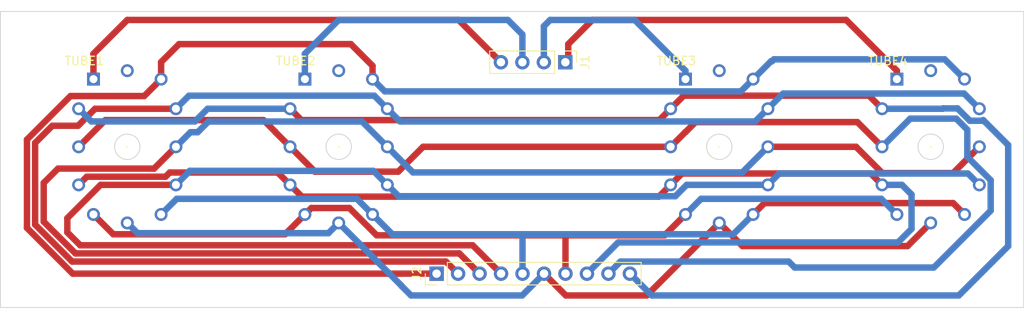
<source format=kicad_pcb>
(kicad_pcb (version 20211014) (generator pcbnew)
  (layers (0 "F.Cu" signal) (31 "B.Cu" signal) (34 "B.Paste" user) (35 "F.Paste" user) (36 "B.SilkS" user "B.Silkscreen") (37 "F.SilkS" user "F.Silkscreen") (38 "B.Mask" user) (39 "F.Mask" user) (44 "Edge.Cuts" user))
  (net 0 "")
  (net 1 "ANODE_4")
  (net 2 "ANODE_3")
  (net 3 "ANODE_2")
  (net 4 "ANODE_1")
  (net 5 "1")
  (net 6 "2")
  (net 7 "3")
  (net 8 "4")
  (net 9 "5")
  (net 10 "6")
  (net 11 "7")
  (net 12 "8")
  (net 13 "9")
  (net 14 "0")
  (footprint "nixie:IN-12B" (layer "F.Cu") (at 90 35 180)
    (fp_text reference "TUBE2" (at 5.08 10.16 180) (layer "F.SilkS"))
    (fp_text value "IN-12B")
    (fp_line (start 0 0) (end 0 0) (layer "F.SilkS") (width 0.1))
    (fp_line (start 0 0) (end 0 0) (layer "F.SilkS") (width 0.1))
    (fp_line (start 0 0) (end 0 0) (layer "F.SilkS") (width 0.1))
    (fp_line (start 0 0) (end 0 0) (layer "F.SilkS") (width 0.1))
    (fp_arc (start 0 0) (mid 0 0) (end 0 0) (layer "F.SilkS") (width 0.1))
    (fp_arc (start 0 0) (mid 0 0) (end 0 0) (layer "F.SilkS") (width 0.1))
    (fp_arc (start 0 0) (mid 0 0) (end 0 0) (layer "F.SilkS") (width 0.1))
    (fp_arc (start 0 0) (mid 0 0) (end 0 0) (layer "F.SilkS") (width 0.1))
    (fp_circle (center 0 0) (end 0 0) (layer "F.SilkS") (width 0.1) (fill none))
    (fp_circle (center 0 0) (end 0 0) (layer "F.SilkS") (width 0.1) (fill none))
    (fp_circle (center 0 0) (end 0 0) (layer "F.SilkS") (width 0.1) (fill none))
    (fp_circle (center 0 0) (end 0 0) (layer "F.SilkS") (width 0.1) (fill none))
    (pad "1" thru_hole rect (at 4 8 180) (size 1.524 1.524) (drill 0.95) (layers *.Cu *.Mask) (net 3 "ANODE_2"))
    (pad "2" thru_hole circle (at 5.75 4.5 180) (size 1.524 1.524) (drill 0.95) (layers *.Cu *.Mask) (net 14 "0"))
    (pad "3" thru_hole circle (at 5.75 0 180) (size 1.524 1.524) (drill 0.95) (layers *.Cu *.Mask) (net 13 "9"))
    (pad "4" thru_hole circle (at 5.75 -4.5 180) (size 1.524 1.524) (drill 0.95) (layers *.Cu *.Mask) (net 12 "8"))
    (pad "5" thru_hole circle (at 4 -8 180) (size 1.524 1.524) (drill 0.95) (layers *.Cu *.Mask) (net 11 "7"))
    (pad "6" thru_hole circle (at 0 -9 180) (size 1.524 1.524) (drill 0.95) (layers *.Cu *.Mask) (net 10 "6"))
    (pad "7" thru_hole circle (at -4 -8 180) (size 1.524 1.524) (drill 0.95) (layers *.Cu *.Mask) (net 9 "5"))
    (pad "8" thru_hole circle (at -5.75 -4.5 180) (size 1.524 1.524) (drill 0.95) (layers *.Cu *.Mask) (net 8 "4"))
    (pad "9" thru_hole circle (at -5.75 0 180) (size 1.524 1.524) (drill 0.95) (layers *.Cu *.Mask) (net 7 "3"))
    (pad "10" thru_hole circle (at -5.75 4.5 180) (size 1.524 1.524) (drill 0.95) (layers *.Cu *.Mask) (net 6 "2"))
    (pad "11" thru_hole circle (at -4 8 180) (size 1.524 1.524) (drill 0.95) (layers *.Cu *.Mask) (net 5 "1"))
    (pad "12" thru_hole circle (at 0 9 180) (size 1.524 1.524) (drill 0.95) (layers *.Cu *.Mask))
  )
  (footprint "nixie:IN-12B" (layer "F.Cu") (at 160 35 180)
    (fp_text reference "TUBE4" (at 5.08 10.16 180) (layer "F.SilkS"))
    (fp_text value "IN-12B")
    (fp_line (start 0 0) (end 0 0) (layer "F.SilkS") (width 0.1))
    (fp_line (start 0 0) (end 0 0) (layer "F.SilkS") (width 0.1))
    (fp_line (start 0 0) (end 0 0) (layer "F.SilkS") (width 0.1))
    (fp_line (start 0 0) (end 0 0) (layer "F.SilkS") (width 0.1))
    (fp_arc (start 0 0) (mid 0 0) (end 0 0) (layer "F.SilkS") (width 0.1))
    (fp_arc (start 0 0) (mid 0 0) (end 0 0) (layer "F.SilkS") (width 0.1))
    (fp_arc (start 0 0) (mid 0 0) (end 0 0) (layer "F.SilkS") (width 0.1))
    (fp_arc (start 0 0) (mid 0 0) (end 0 0) (layer "F.SilkS") (width 0.1))
    (fp_circle (center 0 0) (end 0 0) (layer "F.SilkS") (width 0.1) (fill none))
    (fp_circle (center 0 0) (end 0 0) (layer "F.SilkS") (width 0.1) (fill none))
    (fp_circle (center 0 0) (end 0 0) (layer "F.SilkS") (width 0.1) (fill none))
    (fp_circle (center 0 0) (end 0 0) (layer "F.SilkS") (width 0.1) (fill none))
    (pad "1" thru_hole rect (at 4 8 180) (size 1.524 1.524) (drill 0.95) (layers *.Cu *.Mask) (net 1 "ANODE_4"))
    (pad "2" thru_hole circle (at 5.75 4.5 180) (size 1.524 1.524) (drill 0.95) (layers *.Cu *.Mask) (net 14 "0"))
    (pad "3" thru_hole circle (at 5.75 0 180) (size 1.524 1.524) (drill 0.95) (layers *.Cu *.Mask) (net 13 "9"))
    (pad "4" thru_hole circle (at 5.75 -4.5 180) (size 1.524 1.524) (drill 0.95) (layers *.Cu *.Mask) (net 12 "8"))
    (pad "5" thru_hole circle (at 4 -8 180) (size 1.524 1.524) (drill 0.95) (layers *.Cu *.Mask) (net 11 "7"))
    (pad "6" thru_hole circle (at 0 -9 180) (size 1.524 1.524) (drill 0.95) (layers *.Cu *.Mask) (net 10 "6"))
    (pad "7" thru_hole circle (at -4 -8 180) (size 1.524 1.524) (drill 0.95) (layers *.Cu *.Mask) (net 9 "5"))
    (pad "8" thru_hole circle (at -5.75 -4.5 180) (size 1.524 1.524) (drill 0.95) (layers *.Cu *.Mask) (net 8 "4"))
    (pad "9" thru_hole circle (at -5.75 0 180) (size 1.524 1.524) (drill 0.95) (layers *.Cu *.Mask) (net 7 "3"))
    (pad "10" thru_hole circle (at -5.75 4.5 180) (size 1.524 1.524) (drill 0.95) (layers *.Cu *.Mask) (net 6 "2"))
    (pad "11" thru_hole circle (at -4 8 180) (size 1.524 1.524) (drill 0.95) (layers *.Cu *.Mask) (net 5 "1"))
    (pad "12" thru_hole circle (at 0 9 180) (size 1.524 1.524) (drill 0.95) (layers *.Cu *.Mask))
  )
  (footprint "nixie:IN-12B" (layer "F.Cu") (at 65 35 180)
    (fp_text reference "TUBE1" (at 5.08 10.16 180) (layer "F.SilkS"))
    (fp_text value "IN-12B")
    (fp_line (start 0 0) (end 0 0) (layer "F.SilkS") (width 0.1))
    (fp_line (start 0 0) (end 0 0) (layer "F.SilkS") (width 0.1))
    (fp_line (start 0 0) (end 0 0) (layer "F.SilkS") (width 0.1))
    (fp_line (start 0 0) (end 0 0) (layer "F.SilkS") (width 0.1))
    (fp_arc (start 0 0) (mid 0 0) (end 0 0) (layer "F.SilkS") (width 0.1))
    (fp_arc (start 0 0) (mid 0 0) (end 0 0) (layer "F.SilkS") (width 0.1))
    (fp_arc (start 0 0) (mid 0 0) (end 0 0) (layer "F.SilkS") (width 0.1))
    (fp_arc (start 0 0) (mid 0 0) (end 0 0) (layer "F.SilkS") (width 0.1))
    (fp_circle (center 0 0) (end 0 0) (layer "F.SilkS") (width 0.1) (fill none))
    (fp_circle (center 0 0) (end 0 0) (layer "F.SilkS") (width 0.1) (fill none))
    (fp_circle (center 0 0) (end 0 0) (layer "F.SilkS") (width 0.1) (fill none))
    (fp_circle (center 0 0) (end 0 0) (layer "F.SilkS") (width 0.1) (fill none))
    (pad "1" thru_hole rect (at 4 8 180) (size 1.524 1.524) (drill 0.95) (layers *.Cu *.Mask) (net 4 "ANODE_1"))
    (pad "2" thru_hole circle (at 5.75 4.5 180) (size 1.524 1.524) (drill 0.95) (layers *.Cu *.Mask) (net 14 "0"))
    (pad "3" thru_hole circle (at 5.75 0 180) (size 1.524 1.524) (drill 0.95) (layers *.Cu *.Mask) (net 13 "9"))
    (pad "4" thru_hole circle (at 5.75 -4.5 180) (size 1.524 1.524) (drill 0.95) (layers *.Cu *.Mask) (net 12 "8"))
    (pad "5" thru_hole circle (at 4 -8 180) (size 1.524 1.524) (drill 0.95) (layers *.Cu *.Mask) (net 11 "7"))
    (pad "6" thru_hole circle (at 0 -9 180) (size 1.524 1.524) (drill 0.95) (layers *.Cu *.Mask) (net 10 "6"))
    (pad "7" thru_hole circle (at -4 -8 180) (size 1.524 1.524) (drill 0.95) (layers *.Cu *.Mask) (net 9 "5"))
    (pad "8" thru_hole circle (at -5.75 -4.5 180) (size 1.524 1.524) (drill 0.95) (layers *.Cu *.Mask) (net 8 "4"))
    (pad "9" thru_hole circle (at -5.75 0 180) (size 1.524 1.524) (drill 0.95) (layers *.Cu *.Mask) (net 7 "3"))
    (pad "10" thru_hole circle (at -5.75 4.5 180) (size 1.524 1.524) (drill 0.95) (layers *.Cu *.Mask) (net 6 "2"))
    (pad "11" thru_hole circle (at -4 8 180) (size 1.524 1.524) (drill 0.95) (layers *.Cu *.Mask) (net 5 "1"))
    (pad "12" thru_hole circle (at 0 9 180) (size 1.524 1.524) (drill 0.95) (layers *.Cu *.Mask))
  )
  (footprint "Connector_PinHeader_2.54mm:PinHeader_1x04_P2.54mm_Vertical" (layer "F.Cu") (at 116.8 25 -90)
    (fp_text reference "J1" (at 0 -2.33 90) (layer "F.SilkS"))
    (fp_text value "Conn_01x04")
    (fp_line (start -1.33 1.27) (end -1.33 8.95) (layer "F.SilkS") (width 0.12))
    (fp_line (start -1.33 0) (end -1.33 -1.33) (layer "F.SilkS") (width 0.12))
    (fp_line (start 1.33 1.27) (end 1.33 8.95) (layer "F.SilkS") (width 0.12))
    (fp_line (start -1.33 8.95) (end 1.33 8.95) (layer "F.SilkS") (width 0.12))
    (fp_line (start -1.33 1.27) (end 1.33 1.27) (layer "F.SilkS") (width 0.12))
    (fp_line (start -1.33 -1.33) (end 0 -1.33) (layer "F.SilkS") (width 0.12))
    (pad "1" thru_hole rect (at 0 0 270) (size 1.7 1.7) (drill 1) (layers *.Cu *.Mask) (net 1 "ANODE_4"))
    (pad "2" thru_hole oval (at 0 2.54 270) (size 1.7 1.7) (drill 1) (layers *.Cu *.Mask) (net 2 "ANODE_3"))
    (pad "3" thru_hole oval (at 0 5.08 270) (size 1.7 1.7) (drill 1) (layers *.Cu *.Mask) (net 3 "ANODE_2"))
    (pad "4" thru_hole oval (at 0 7.62 270) (size 1.7 1.7) (drill 1) (layers *.Cu *.Mask) (net 4 "ANODE_1"))
  )
  (footprint "Connector_PinHeader_2.54mm:PinHeader_1x10_P2.54mm_Vertical" (layer "F.Cu") (at 101.575 50 90)
    (fp_text reference "J2" (at 0 -2.33 90) (layer "F.SilkS"))
    (fp_text value "Conn_01x10")
    (fp_line (start -1.33 -1.33) (end 0 -1.33) (layer "F.SilkS") (width 0.12))
    (fp_line (start -1.33 0) (end -1.33 -1.33) (layer "F.SilkS") (width 0.12))
    (fp_line (start -1.33 24.19) (end 1.33 24.19) (layer "F.SilkS") (width 0.12))
    (fp_line (start 1.33 1.27) (end 1.33 24.19) (layer "F.SilkS") (width 0.12))
    (fp_line (start -1.33 1.27) (end 1.33 1.27) (layer "F.SilkS") (width 0.12))
    (fp_line (start -1.33 1.27) (end -1.33 24.19) (layer "F.SilkS") (width 0.12))
    (pad "1" thru_hole rect (at 0 0 90) (size 1.7 1.7) (drill 1) (layers *.Cu *.Mask) (net 5 "1"))
    (pad "2" thru_hole oval (at 0 2.54 90) (size 1.7 1.7) (drill 1) (layers *.Cu *.Mask) (net 6 "2"))
    (pad "3" thru_hole oval (at 0 5.08 90) (size 1.7 1.7) (drill 1) (layers *.Cu *.Mask) (net 7 "3"))
    (pad "4" thru_hole oval (at 0 7.62 90) (size 1.7 1.7) (drill 1) (layers *.Cu *.Mask) (net 8 "4"))
    (pad "5" thru_hole oval (at 0 10.16 90) (size 1.7 1.7) (drill 1) (layers *.Cu *.Mask) (net 9 "5"))
    (pad "6" thru_hole oval (at 0 12.7 90) (size 1.7 1.7) (drill 1) (layers *.Cu *.Mask) (net 10 "6"))
    (pad "7" thru_hole oval (at 0 15.24 90) (size 1.7 1.7) (drill 1) (layers *.Cu *.Mask) (net 11 "7"))
    (pad "8" thru_hole oval (at 0 17.78 90) (size 1.7 1.7) (drill 1) (layers *.Cu *.Mask) (net 12 "8"))
    (pad "9" thru_hole oval (at 0 20.32 90) (size 1.7 1.7) (drill 1) (layers *.Cu *.Mask) (net 13 "9"))
    (pad "10" thru_hole oval (at 0 22.86 90) (size 1.7 1.7) (drill 1) (layers *.Cu *.Mask) (net 14 "0"))
  )
  (footprint "nixie:IN-12B" (layer "F.Cu") (at 135 35 180)
    (fp_text reference "TUBE3" (at 5.08 10.16) (layer "F.SilkS"))
    (fp_text value "IN-12B")
    (fp_line (start 0 0) (end 0 0) (layer "F.SilkS") (width 0.1))
    (fp_line (start 0 0) (end 0 0) (layer "F.SilkS") (width 0.1))
    (fp_line (start 0 0) (end 0 0) (layer "F.SilkS") (width 0.1))
    (fp_line (start 0 0) (end 0 0) (layer "F.SilkS") (width 0.1))
    (fp_arc (start 0 0) (mid 0 0) (end 0 0) (layer "F.SilkS") (width 0.1))
    (fp_arc (start 0 0) (mid 0 0) (end 0 0) (layer "F.SilkS") (width 0.1))
    (fp_arc (start 0 0) (mid 0 0) (end 0 0) (layer "F.SilkS") (width 0.1))
    (fp_arc (start 0 0) (mid 0 0) (end 0 0) (layer "F.SilkS") (width 0.1))
    (fp_circle (center 0 0) (end 0 0) (layer "F.SilkS") (width 0.1) (fill none))
    (fp_circle (center 0 0) (end 0 0) (layer "F.SilkS") (width 0.1) (fill none))
    (fp_circle (center 0 0) (end 0 0) (layer "F.SilkS") (width 0.1) (fill none))
    (fp_circle (center 0 0) (end 0 0) (layer "F.SilkS") (width 0.1) (fill none))
    (pad "1" thru_hole rect (at 4 8 180) (size 1.524 1.524) (drill 0.95) (layers *.Cu *.Mask) (net 2 "ANODE_3"))
    (pad "2" thru_hole circle (at 5.75 4.5 180) (size 1.524 1.524) (drill 0.95) (layers *.Cu *.Mask) (net 14 "0"))
    (pad "3" thru_hole circle (at 5.75 0 180) (size 1.524 1.524) (drill 0.95) (layers *.Cu *.Mask) (net 13 "9"))
    (pad "4" thru_hole circle (at 5.75 -4.5 180) (size 1.524 1.524) (drill 0.95) (layers *.Cu *.Mask) (net 12 "8"))
    (pad "5" thru_hole circle (at 4 -8 180) (size 1.524 1.524) (drill 0.95) (layers *.Cu *.Mask) (net 11 "7"))
    (pad "6" thru_hole circle (at 0 -9 180) (size 1.524 1.524) (drill 0.95) (layers *.Cu *.Mask) (net 10 "6"))
    (pad "7" thru_hole circle (at -4 -8 180) (size 1.524 1.524) (drill 0.95) (layers *.Cu *.Mask) (net 9 "5"))
    (pad "8" thru_hole circle (at -5.75 -4.5 180) (size 1.524 1.524) (drill 0.95) (layers *.Cu *.Mask) (net 8 "4"))
    (pad "9" thru_hole circle (at -5.75 0 180) (size 1.524 1.524) (drill 0.95) (layers *.Cu *.Mask) (net 7 "3"))
    (pad "10" thru_hole circle (at -5.75 4.5 180) (size 1.524 1.524) (drill 0.95) (layers *.Cu *.Mask) (net 6 "2"))
    (pad "11" thru_hole circle (at -4 8 180) (size 1.524 1.524) (drill 0.95) (layers *.Cu *.Mask) (net 5 "1"))
    (pad "12" thru_hole circle (at 0 9 180) (size 1.524 1.524) (drill 0.95) (layers *.Cu *.Mask))
  )
  (gr_circle (center 160 35) (end 161.5 35) (layer "Edge.Cuts") (width 0.1) (fill none))
  (gr_circle (center 90 35) (end 91.5 35) (layer "Edge.Cuts") (width 0.1) (fill none))
  (gr_circle (center 65 35) (end 66.5 35) (layer "Edge.Cuts") (width 0.1) (fill none))
  (gr_circle (center 135 35) (end 136.5 35) (layer "Edge.Cuts") (width 0.1) (fill none))
  (gr_rect (start 50 19) (end 171 54) (layer "Edge.Cuts") (width 0.1) (fill none))
  (segment (start 117.143 22.857) (end 120 20) (width 0.762) (layer "F.Cu") (net 1))
  (segment (start 120 20) (end 150 20) (width 0.762) (layer "F.Cu") (net 1))
  (segment (start 156 26) (end 156 27) (width 0.762) (layer "F.Cu") (net 1))
  (segment (start 117.143 24.657) (end 117.143 22.857) (width 0.762) (layer "F.Cu") (net 1))
  (segment (start 150 20) (end 156 26) (width 0.762) (layer "F.Cu") (net 1))
  (segment (start 116.8 25) (end 117.143 24.657) (width 0.762) (layer "F.Cu") (net 1))
  (segment (start 131 26) (end 131 27) (width 0.762) (layer "B.Cu") (net 2))
  (segment (start 125 20) (end 131 26) (width 0.762) (layer "B.Cu") (net 2))
  (segment (start 114.26 20.74) (end 115 20) (width 0.762) (layer "B.Cu") (net 2))
  (segment (start 115 20) (end 125 20) (width 0.762) (layer "B.Cu") (net 2))
  (segment (start 114.26 25) (end 114.26 20.74) (width 0.762) (layer "B.Cu") (net 2))
  (segment (start 90 20) (end 110 20) (width 0.762) (layer "B.Cu") (net 3))
  (segment (start 86 24) (end 90 20) (width 0.762) (layer "B.Cu") (net 3))
  (segment (start 110 20) (end 111.72 21.72) (width 0.762) (layer "B.Cu") (net 3))
  (segment (start 111.72 21.72) (end 111.72 25) (width 0.762) (layer "B.Cu") (net 3))
  (segment (start 86 27) (end 86 24) (width 0.762) (layer "B.Cu") (net 3))
  (segment (start 61 24) (end 61 27) (width 0.762) (layer "F.Cu") (net 4))
  (segment (start 104.18 20) (end 65 20) (width 0.762) (layer "F.Cu") (net 4))
  (segment (start 65 20) (end 61 24) (width 0.762) (layer "F.Cu") (net 4))
  (segment (start 109.18 25) (end 104.18 20) (width 0.762) (layer "F.Cu") (net 4))
  (segment (start 91.44 22.86) (end 94 25.42) (width 0.762) (layer "F.Cu") (net 5))
  (segment (start 53.14 44.594474) (end 53.14 34.145526) (width 0.762) (layer "F.Cu") (net 5))
  (segment (start 94 25.42) (end 94 27) (width 0.762) (layer "F.Cu") (net 5))
  (segment (start 53.14 34.145526) (end 58.285526 29) (width 0.762) (layer "F.Cu") (net 5))
  (segment (start 67 29) (end 69 27) (width 0.762) (layer "F.Cu") (net 5))
  (segment (start 71.12 22.86) (end 91.44 22.86) (width 0.762) (layer "F.Cu") (net 5))
  (segment (start 69 24.98) (end 71.12 22.86) (width 0.762) (layer "F.Cu") (net 5))
  (segment (start 58.545526 50) (end 53.14 44.594474) (width 0.762) (layer "F.Cu") (net 5))
  (segment (start 101.575 50) (end 58.545526 50) (width 0.762) (layer "F.Cu") (net 5))
  (segment (start 69 27) (end 69 24.98) (width 0.762) (layer "F.Cu") (net 5))
  (segment (start 58.285526 29) (end 67 29) (width 0.762) (layer "F.Cu") (net 5))
  (segment (start 141.459 24.657) (end 161.657 24.657) (width 0.762) (layer "B.Cu") (net 5))
  (segment (start 141.224 24.892) (end 141.459 24.657) (width 0.762) (layer "B.Cu") (net 5))
  (segment (start 161.657 24.657) (end 164 27) (width 0.762) (layer "B.Cu") (net 5))
  (segment (start 141.108 24.892) (end 141.224 24.892) (width 0.762) (layer "B.Cu") (net 5))
  (segment (start 95.448 28.448) (end 137.552 28.448) (width 0.762) (layer "B.Cu") (net 5))
  (segment (start 139 27) (end 141.108 24.892) (width 0.762) (layer "B.Cu") (net 5))
  (segment (start 137.552 28.448) (end 139 27) (width 0.762) (layer "B.Cu") (net 5))
  (segment (start 94 27) (end 95.448 28.448) (width 0.762) (layer "B.Cu") (net 5))
  (segment (start 54.102 44.196) (end 54.102 34.544) (width 0.762) (layer "F.Cu") (net 6))
  (segment (start 56.134 32.512) (end 59.182 32.512) (width 0.762) (layer "F.Cu") (net 6))
  (segment (start 59.182 32.512) (end 61.194 30.5) (width 0.762) (layer "F.Cu") (net 6))
  (segment (start 54.102 34.544) (end 56.134 32.512) (width 0.762) (layer "F.Cu") (net 6))
  (segment (start 58.475 48.569) (end 54.102 44.196) (width 0.762) (layer "F.Cu") (net 6))
  (segment (start 61.194 30.5) (end 70.75 30.5) (width 0.762) (layer "F.Cu") (net 6))
  (segment (start 102.684 48.569) (end 58.475 48.569) (width 0.762) (layer "F.Cu") (net 6))
  (segment (start 104.115 50) (end 102.684 48.569) (width 0.762) (layer "F.Cu") (net 6))
  (segment (start 94.206 28.956) (end 95.75 30.5) (width 0.762) (layer "B.Cu") (net 6))
  (segment (start 97.254 32.004) (end 95.75 30.5) (width 0.762) (layer "B.Cu") (net 6))
  (segment (start 72.294 28.956) (end 70.75 30.5) (width 0.762) (layer "B.Cu") (net 6))
  (segment (start 94.206 28.956) (end 72.294 28.956) (width 0.762) (layer "B.Cu") (net 6))
  (segment (start 139.246 32.004) (end 97.254 32.004) (width 0.762) (layer "B.Cu") (net 6))
  (segment (start 140.75 30.5) (end 139.246 32.004) (width 0.762) (layer "B.Cu") (net 6))
  (segment (start 142.548 28.702) (end 163.952 28.702) (width 0.762) (layer "B.Cu") (net 6))
  (segment (start 140.75 30.5) (end 142.548 28.702) (width 0.762) (layer "B.Cu") (net 6))
  (segment (start 163.952 28.702) (end 165.75 30.5) (width 0.762) (layer "B.Cu") (net 6))
  (segment (start 140.75 35) (end 151.17 35) (width 0.762) (layer "F.Cu") (net 7))
  (segment (start 55.118 43.851526) (end 58.873474 47.607) (width 0.762) (layer "F.Cu") (net 7))
  (segment (start 56.814 37.576) (end 55.118 39.272) (width 0.762) (layer "F.Cu") (net 7))
  (segment (start 70.75 35) (end 68.174 37.576) (width 0.762) (layer "F.Cu") (net 7))
  (segment (start 162.64 38.11) (end 165.75 35) (width 0.762) (layer "F.Cu") (net 7))
  (segment (start 154.28 38.11) (end 162.64 38.11) (width 0.762) (layer "F.Cu") (net 7))
  (segment (start 68.174 37.576) (end 56.814 37.576) (width 0.762) (layer "F.Cu") (net 7))
  (segment (start 58.873474 47.607) (end 104.262 47.607) (width 0.762) (layer "F.Cu") (net 7))
  (segment (start 104.262 47.607) (end 106.655 50) (width 0.762) (layer "F.Cu") (net 7))
  (segment (start 55.118 39.272) (end 55.118 43.851526) (width 0.762) (layer "F.Cu") (net 7))
  (segment (start 151.17 35) (end 154.28 38.11) (width 0.762) (layer "F.Cu") (net 7))
  (segment (start 98.78 38.03) (end 95.75 35) (width 0.762) (layer "B.Cu") (net 7))
  (segment (start 95.75 35) (end 92.76 32.01) (width 0.762) (layer "B.Cu") (net 7))
  (segment (start 73.328 33.274) (end 72.476 33.274) (width 0.762) (layer "B.Cu") (net 7))
  (segment (start 137.72 38.03) (end 98.78 38.03) (width 0.762) (layer "B.Cu") (net 7))
  (segment (start 92.76 32.01) (end 74.592 32.01) (width 0.762) (layer "B.Cu") (net 7))
  (segment (start 72.476 33.274) (end 70.75 35) (width 0.762) (layer "B.Cu") (net 7))
  (segment (start 140.75 35) (end 137.72 38.03) (width 0.762) (layer "B.Cu") (net 7))
  (segment (start 74.592 32.01) (end 73.328 33.274) (width 0.762) (layer "B.Cu") (net 7))
  (segment (start 61.846 39.5) (end 70.75 39.5) (width 0.762) (layer "F.Cu") (net 8))
  (segment (start 109.195 50) (end 105.84 46.645) (width 0.762) (layer "F.Cu") (net 8))
  (segment (start 57.912 45.121) (end 57.912 43.434) (width 0.762) (layer "F.Cu") (net 8))
  (segment (start 57.912 43.434) (end 61.846 39.5) (width 0.762) (layer "F.Cu") (net 8))
  (segment (start 105.84 46.645) (end 59.436 46.645) (width 0.762) (layer "F.Cu") (net 8))
  (segment (start 59.436 46.645) (end 57.912 45.121) (width 0.762) (layer "F.Cu") (net 8))
  (segment (start 140.75 39.5) (end 131.149289 39.5) (width 0.762) (layer "B.Cu") (net 8))
  (segment (start 142.093 38.157) (end 164.407 38.157) (width 0.762) (layer "B.Cu") (net 8))
  (segment (start 94.096 37.846) (end 95.75 39.5) (width 0.762) (layer "B.Cu") (net 8))
  (segment (start 164.407 38.157) (end 165.75 39.5) (width 0.762) (layer "B.Cu") (net 8))
  (segment (start 129.806289 40.843) (end 97.093 40.843) (width 0.762) (layer "B.Cu") (net 8))
  (segment (start 140.75 39.5) (end 142.093 38.157) (width 0.762) (layer "B.Cu") (net 8))
  (segment (start 70.75 39.5) (end 72.39 37.86) (width 0.762) (layer "B.Cu") (net 8))
  (segment (start 131.149289 39.5) (end 129.806289 40.843) (width 0.762) (layer "B.Cu") (net 8))
  (segment (start 72.39 37.846) (end 94.096 37.846) (width 0.762) (layer "B.Cu") (net 8))
  (segment (start 72.39 37.86) (end 72.39 37.846) (width 0.762) (layer "B.Cu") (net 8))
  (segment (start 97.093 40.843) (end 95.75 39.5) (width 0.762) (layer "B.Cu") (net 8))
  (segment (start 162.657 41.657) (end 164 43) (width 0.762) (layer "F.Cu") (net 9))
  (segment (start 140.343 41.657) (end 162.657 41.657) (width 0.762) (layer "F.Cu") (net 9))
  (segment (start 139 43) (end 140.343 41.657) (width 0.762) (layer "F.Cu") (net 9))
  (segment (start 92.148 41.148) (end 94 43) (width 0.762) (layer "B.Cu") (net 9))
  (segment (start 139 43) (end 136.657 45.343) (width 0.762) (layer "B.Cu") (net 9))
  (segment (start 111.735 50) (end 111.735 45.441) (width 0.762) (layer "B.Cu") (net 9))
  (segment (start 111.637 45.343) (end 96.343 45.343) (width 0.762) (layer "B.Cu") (net 9))
  (segment (start 96.343 45.343) (end 94 43) (width 0.762) (layer "B.Cu") (net 9))
  (segment (start 136.657 45.343) (end 111.637 45.343) (width 0.762) (layer "B.Cu") (net 9))
  (segment (start 70.852 41.148) (end 92.148 41.148) (width 0.762) (layer "B.Cu") (net 9))
  (segment (start 69 43) (end 70.852 41.148) (width 0.762) (layer "B.Cu") (net 9))
  (segment (start 111.735 45.441) (end 111.637 45.343) (width 0.762) (layer "B.Cu") (net 9))
  (segment (start 116.853 52.578) (end 126.422 52.578) (width 0.762) (layer "F.Cu") (net 10))
  (segment (start 126.422 52.578) (end 135 44) (width 0.762) (layer "F.Cu") (net 10))
  (segment (start 157.264 46.736) (end 160 44) (width 0.762) (layer "F.Cu") (net 10))
  (segment (start 137.736 46.736) (end 157.264 46.736) (width 0.762) (layer "F.Cu") (net 10))
  (segment (start 114.275 50) (end 116.853 52.578) (width 0.762) (layer "F.Cu") (net 10))
  (segment (start 135 44) (end 137.736 46.736) (width 0.762) (layer "F.Cu") (net 10))
  (segment (start 98.552 52.578) (end 111.697 52.578) (width 0.762) (layer "B.Cu") (net 10))
  (segment (start 97.431 51.457) (end 98.552 52.578) (width 0.762) (layer "B.Cu") (net 10))
  (segment (start 97.431 51.431) (end 97.431 51.457) (width 0.762) (layer "B.Cu") (net 10))
  (segment (start 111.697 52.578) (end 114.275 50) (width 0.762) (layer "B.Cu") (net 10))
  (segment (start 66.212 45.212) (end 65 44) (width 0.762) (layer "B.Cu") (net 10))
  (segment (start 88.788 45.212) (end 66.212 45.212) (width 0.762) (layer "B.Cu") (net 10))
  (segment (start 90 44) (end 97.431 51.431) (width 0.762) (layer "B.Cu") (net 10))
  (segment (start 90 44) (end 88.788 45.212) (width 0.762) (layer "B.Cu") (net 10))
  (segment (start 61 43) (end 63.343 45.343) (width 0.762) (layer "F.Cu") (net 11))
  (segment (start 86 43) (end 86.761999 42.238001) (width 0.762) (layer "F.Cu") (net 11))
  (segment (start 131 43) (end 128.534 45.466) (width 0.762) (layer "F.Cu") (net 11))
  (segment (start 86.761999 42.238001) (end 91.260001 42.238001) (width 0.762) (layer "F.Cu") (net 11))
  (segment (start 83.657 45.343) (end 86 43) (width 0.762) (layer "F.Cu") (net 11))
  (segment (start 116.815 45.491) (end 116.84 45.466) (width 0.762) (layer "F.Cu") (net 11))
  (segment (start 128.534 45.466) (end 117.348 45.466) (width 0.762) (layer "F.Cu") (net 11))
  (segment (start 116.815 50) (end 116.815 45.491) (width 0.762) (layer "F.Cu") (net 11))
  (segment (start 117.348 45.466) (end 116.84 45.466) (width 0.762) (layer "F.Cu") (net 11))
  (segment (start 91.260001 42.238001) (end 94.488 45.466) (width 0.762) (layer "F.Cu") (net 11))
  (segment (start 63.343 45.343) (end 83.657 45.343) (width 0.762) (layer "F.Cu") (net 11))
  (segment (start 94.488 45.466) (end 117.348 45.466) (width 0.762) (layer "F.Cu") (net 11))
  (segment (start 131 43) (end 132.852 41.148) (width 0.762) (layer "B.Cu") (net 11))
  (segment (start 132.852 41.148) (end 154.148 41.148) (width 0.762) (layer "B.Cu") (net 11))
  (segment (start 154.148 41.148) (end 156 43) (width 0.762) (layer "B.Cu") (net 11))
  (segment (start 59.25 39.5) (end 60.212 38.538) (width 0.762) (layer "F.Cu") (net 12))
  (segment (start 82.79 38.04) (end 84.25 39.5) (width 0.762) (layer "F.Cu") (net 12))
  (segment (start 129.25 39.5) (end 127.856 40.894) (width 0.762) (layer "F.Cu") (net 12))
  (segment (start 129.25 39.5) (end 130.593 38.157) (width 0.762) (layer "F.Cu") (net 12))
  (segment (start 60.212 38.538) (end 69.522 38.538) (width 0.762) (layer "F.Cu") (net 12))
  (segment (start 85.644 40.894) (end 84.25 39.5) (width 0.762) (layer "F.Cu") (net 12))
  (segment (start 70.02 38.04) (end 82.79 38.04) (width 0.762) (layer "F.Cu") (net 12))
  (segment (start 130.593 38.157) (end 152.907 38.157) (width 0.762) (layer "F.Cu") (net 12))
  (segment (start 152.907 38.157) (end 154.25 39.5) (width 0.762) (layer "F.Cu") (net 12))
  (segment (start 127.856 40.894) (end 85.644 40.894) (width 0.762) (layer "F.Cu") (net 12))
  (segment (start 69.522 38.538) (end 70.02 38.04) (width 0.762) (layer "F.Cu") (net 12))
  (segment (start 156.133 46.305) (end 157.734 44.704) (width 0.762) (layer "B.Cu") (net 12))
  (segment (start 156.594 39.5) (end 154.25 39.5) (width 0.762) (layer "B.Cu") (net 12))
  (segment (start 119.355 50) (end 123.05 46.305) (width 0.762) (layer "B.Cu") (net 12))
  (segment (start 157.734 44.704) (end 157.734 40.64) (width 0.762) (layer "B.Cu") (net 12))
  (segment (start 123.05 46.305) (end 156.133 46.305) (width 0.762) (layer "B.Cu") (net 12))
  (segment (start 157.734 40.64) (end 156.594 39.5) (width 0.762) (layer "B.Cu") (net 12))
  (segment (start 82.524 33.254) (end 82.524 33.274) (width 0.762) (layer "F.Cu") (net 13))
  (segment (start 99.98 35) (end 129.25 35) (width 0.762) (layer "F.Cu") (net 13))
  (segment (start 59.25 35) (end 62.407 31.843) (width 0.762) (layer "F.Cu") (net 13))
  (segment (start 62.407 31.843) (end 81.113 31.843) (width 0.762) (layer "F.Cu") (net 13))
  (segment (start 81.113 31.843) (end 82.524 33.254) (width 0.762) (layer "F.Cu") (net 13))
  (segment (start 130.976 33.274) (end 130.996 33.274) (width 0.762) (layer "F.Cu") (net 13))
  (segment (start 82.524 33.274) (end 84.25 35) (width 0.762) (layer "F.Cu") (net 13))
  (segment (start 130.996 33.274) (end 132.19 32.08) (width 0.762) (layer "F.Cu") (net 13))
  (segment (start 132.19 32.08) (end 151.33 32.08) (width 0.762) (layer "F.Cu") (net 13))
  (segment (start 84.25 35) (end 87.19 37.94) (width 0.762) (layer "F.Cu") (net 13))
  (segment (start 97.04 37.94) (end 99.98 35) (width 0.762) (layer "F.Cu") (net 13))
  (segment (start 87.19 37.94) (end 97.04 37.94) (width 0.762) (layer "F.Cu") (net 13))
  (segment (start 129.25 35) (end 130.976 33.274) (width 0.762) (layer "F.Cu") (net 13))
  (segment (start 151.33 32.08) (end 154.25 35) (width 0.762) (layer "F.Cu") (net 13))
  (segment (start 160.364473 49.276) (end 167.093 42.547473) (width 0.762) (layer "B.Cu") (net 13))
  (segment (start 157.5816 31.6684) (end 154.25 35) (width 0.762) (layer "B.Cu") (net 13))
  (segment (start 157.5816 31.6684) (end 163.017926 31.6684) (width 0.762) (layer "B.Cu") (net 13))
  (segment (start 123.326 48.569) (end 143.208526 48.569) (width 0.762) (layer "B.Cu") (net 13))
  (segment (start 121.895 50) (end 123.326 48.569) (width 0.762) (layer "B.Cu") (net 13))
  (segment (start 167.093 42.547473) (end 167.093 38.943711) (width 0.762) (layer "B.Cu") (net 13))
  (segment (start 143.915526 49.276) (end 160.364473 49.276) (width 0.762) (layer "B.Cu") (net 13))
  (segment (start 167.093 38.943711) (end 164.33 36.180711) (width 0.762) (layer "B.Cu") (net 13))
  (segment (start 163.017926 31.6684) (end 164.33 32.980474) (width 0.762) (layer "B.Cu") (net 13))
  (segment (start 164.33 36.180711) (end 164.33 32.980474) (width 0.762) (layer "B.Cu") (net 13))
  (segment (start 143.208526 48.569) (end 143.915526 49.276) (width 0.762) (layer "B.Cu") (net 13))
  (segment (start 129.25 30.5) (end 130.794 28.956) (width 0.762) (layer "F.Cu") (net 14))
  (segment (start 152.706 28.956) (end 154.25 30.5) (width 0.762) (layer "F.Cu") (net 14))
  (segment (start 130.794 28.956) (end 152.706 28.956) (width 0.762) (layer "F.Cu") (net 14))
  (segment (start 85.593 31.843) (end 127.907 31.843) (width 0.762) (layer "F.Cu") (net 14))
  (segment (start 127.907 31.843) (end 129.25 30.5) (width 0.762) (layer "F.Cu") (net 14))
  (segment (start 84.25 30.5) (end 85.593 31.843) (width 0.762) (layer "F.Cu") (net 14))
  (segment (start 84.25 30.5) (end 74.5 30.5) (width 0.762) (layer "B.Cu") (net 14))
  (segment (start 169.164 46.736) (end 169.164 34.798) (width 0.762) (layer "B.Cu") (net 14))
  (segment (start 161.46 30.46) (end 163.17 30.46) (width 0.762) (layer "B.Cu") (net 14))
  (segment (start 164.63 31.92) (end 166.132 31.92) (width 0.762) (layer "B.Cu") (net 14))
  (segment (start 73 32) (end 60.75 32) (width 0.762) (layer "B.Cu") (net 14))
  (segment (start 60.75 32) (end 59.25 30.5) (width 0.762) (layer "B.Cu") (net 14))
  (segment (start 161.42 30.5) (end 161.46 30.46) (width 0.762) (layer "B.Cu") (net 14))
  (segment (start 154.25 30.5) (end 161.42 30.5) (width 0.762) (layer "B.Cu") (net 14))
  (segment (start 127.013 52.578) (end 163.322 52.578) (width 0.762) (layer "B.Cu") (net 14))
  (segment (start 163.17 30.46) (end 164.63 31.92) (width 0.762) (layer "B.Cu") (net 14))
  (segment (start 124.435 50) (end 127.013 52.578) (width 0.762) (layer "B.Cu") (net 14))
  (segment (start 169.164 34.798) (end 166.209 31.843) (width 0.762) (layer "B.Cu") (net 14))
  (segment (start 163.322 52.578) (end 169.164 46.736) (width 0.762) (layer "B.Cu") (net 14))
  (segment (start 74.5 30.5) (end 73 32) (width 0.762) (layer "B.Cu") (net 14))
  (segment (start 166.132 31.92) (end 166.209 31.843) (width 0.762) (layer "B.Cu") (net 14))
)
</source>
